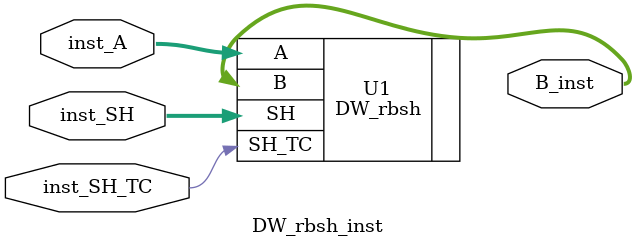
<source format=v>
module DW_rbsh_inst( inst_A, inst_SH, inst_SH_TC, B_inst );

parameter A_width = 8;
parameter SH_width = 3;


input [A_width-1 : 0] inst_A;
input [SH_width-1 : 0] inst_SH;
input inst_SH_TC;
output [A_width-1 : 0] B_inst;

    // Instance of DW_rbsh
    DW_rbsh #(A_width, SH_width) U1 (
			.A(inst_A),
			.SH(inst_SH),
			.SH_TC(inst_SH_TC),
			.B(B_inst) );

endmodule


</source>
